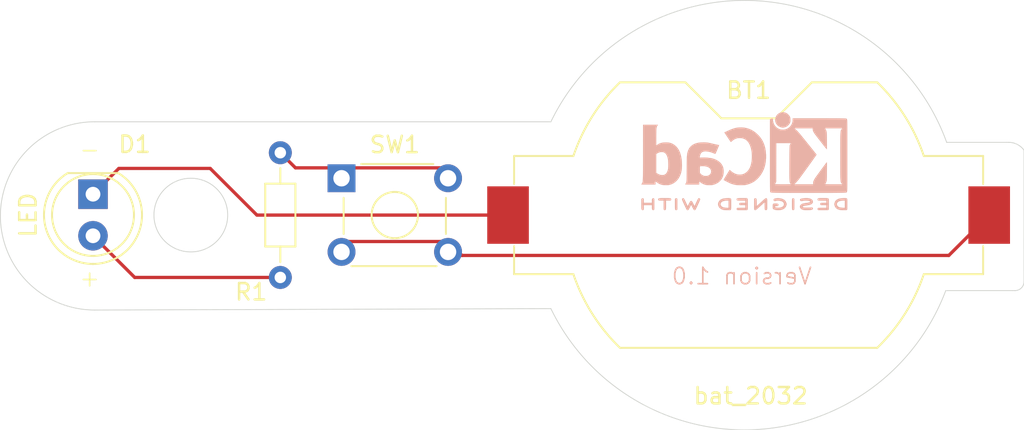
<source format=kicad_pcb>
(kicad_pcb (version 20241229) (generator "pcbnew") (generator_version "9.0")
  (title_block (title "LED Torch") (date "30-04-2025") (rev "1"))
  (layers (0 "F.Cu" signal) (2 "B.Cu" signal) (13 "F.Paste" user) (15 "B.Paste" user) (5 "F.SilkS" user "F.Silkscreen") (7 "B.SilkS" user "B.Silkscreen") (1 "F.Mask" user) (3 "B.Mask" user) (25 "Edge.Cuts" user))
  (net 0 "")
  (net 1 "Net-(BT1-+)")
  (net 2 "/cathode")
  (net 3 "/anode")
  (net 4 "Net-(SW1A-A)")
  (footprint "Battery:BatteryHolder_Keystone_1058_1x2032" (layer "F.Cu") (at 97.155 139.7 180)
    (property "Reference" "BT1" (at 0 7.62 0) (layer "F.SilkS"))
    (property "Value" "bat_2032" (at -0.127 -11.049 0) (layer "F.SilkS"))
    (pad "1" smd rect (at -14.68 0 180) (size 2.54 3.51) (layers "F.Cu" "F.Mask" "F.Paste") (net 1 "Net-(BT1-+)"))
    (pad "2" smd rect (at 14.68 0 180) (size 2.54 3.51) (layers "F.Cu" "F.Mask" "F.Paste") (net 2 "/cathode"))
  )
  (footprint "Resistor_THT:R_Axial_DIN0204_L3.6mm_D1.6mm_P7.62mm_Horizontal" (layer "F.Cu") (at 68.58 143.51 90)
    (property "Reference" "R1" (at -0.889 -1.778 180) (layer "F.SilkS"))
    (property "Value" "R")
    (pad "1" thru_hole circle (at 0 0 90) (size 1.4 1.4) (drill 0.7) (layers "*.Cu" "*.Mask") (net 3 "/anode"))
    (pad "2" thru_hole oval (at 7.62 0 90) (size 1.4 1.4) (drill 0.7) (layers "*.Cu" "*.Mask") (net 4 "Net-(SW1A-A)"))
  )
  (footprint "LED_THT:LED_D5.0mm" (layer "F.Cu") (at 57.15 138.425 -90)
    (property "Reference" "D1" (at -3.043 -2.54 180) (layer "F.SilkS"))
    (property "Value" "LED" (at 1.27 3.96 90) (layer "F.SilkS"))
    (pad "1" thru_hole rect (at 0 0 270) (size 1.8 1.8) (drill 0.9) (layers "*.Cu" "*.Mask") (net 2 "/cathode"))
    (pad "2" thru_hole circle (at 2.54 0 270) (size 1.8 1.8) (drill 0.9) (layers "*.Cu" "*.Mask") (net 3 "/anode"))
  )
  (footprint "Button_Switch_THT:SW_TH_Tactile_Omron_B3F-10xx" (layer "F.Cu") (at 72.315 137.45)
    (property "Reference" "SW1" (at 3.25 -2.05 0) (layer "F.SilkS"))
    (property "Value" "SW_DPST_x2")
    (pad "1" thru_hole rect (at 0 0) (size 1.7 1.7) (drill 1) (layers "*.Cu" "*.Mask") (net 4 "Net-(SW1A-A)"))
    (pad "1" thru_hole circle (at 6.5 0) (size 1.7 1.7) (drill 1) (layers "*.Cu" "*.Mask") (net 4 "Net-(SW1A-A)"))
    (pad "2" thru_hole circle (at 0 4.5) (size 1.7 1.7) (drill 1) (layers "*.Cu" "*.Mask") (net 1 "Net-(BT1-+)"))
    (pad "2" thru_hole circle (at 6.5 4.5) (size 1.7 1.7) (drill 1) (layers "*.Cu" "*.Mask") (net 1 "Net-(BT1-+)"))
  )
  (footprint "Symbol:KiCad-Logo2_5mm_SilkScreen" (layer "B.Cu") (at 96.901 136.398 180)
    (property "Reference" "REF**" (hide yes))
    (property "Value" "KiCad-Logo2_5mm_SilkScreen" (hide yes))
  )
  (gr_arc (start 85.09 134) (mid 97.583145 126.603268) (end 109.240254 135.257869) (stroke (width 0.05)) (layer "Edge.Cuts"))
  (gr_arc (start 57.25 145.5) (mid 51.5 139.75) (end 57.25 134) (stroke (width 0.05)) (layer "Edge.Cuts"))
  (gr_arc (start 113.959176 143.764) (mid 113.798619 144.151619) (end 113.411 144.312176) (stroke (width 0.05)) (layer "Edge.Cuts"))
  (gr_arc (start 109.18468 144.312176) (mid 97.500927 152.80729) (end 85.09 145.415) (stroke (width 0.05)) (layer "Edge.Cuts"))
  (gr_line (start 109.240253 135.257869) (end 113.03 135.257869) (stroke (width 0.05)) (layer "Edge.Cuts"))
  (gr_arc (start 113.03 135.257869) (mid 113.551703 135.384232) (end 113.957763 135.735312) (stroke (width 0.05)) (layer "Edge.Cuts"))
  (gr_line (start 113.957763 135.735313) (end 113.959176 143.764) (stroke (width 0.05)) (layer "Edge.Cuts"))
  (gr_line (start 57.25 134) (end 85.09 134) (stroke (width 0.05)) (layer "Edge.Cuts"))
  (gr_circle (center 63.119 139.7) (end 63.754 141.859) (stroke (width 0.05)) (fill no) (layer "Edge.Cuts"))
  (gr_line (start 57.25 145.5) (end 85.09 145.415) (stroke (width 0.05)) (layer "Edge.Cuts"))
  (gr_line (start 109.18468 144.312176) (end 113.411 144.312176) (stroke (width 0.05)) (layer "Edge.Cuts"))
  (gr_text "+" (at 56.261 144.145 0) (layer "F.SilkS") (effects (font (size 1 1) (thickness 0.1)) (justify left bottom)))
  (gr_text "-" (at 56.261 136.271 0) (layer "F.SilkS") (effects (font (size 1 1) (thickness 0.1)) (justify left bottom)))
  (gr_text "Version 1.0" (at 101.092 144.018 0) (layer "B.SilkS") (effects (font (size 1 1) (thickness 0.1)) (justify left bottom mirror)))
  (segment (start 78.815 141.315) (end 79.665 142.165) (width 0.2) (layer "F.Cu") (net 1))
  (segment (start 109.37 142.165) (end 111.835 139.7) (width 0.2) (layer "F.Cu") (net 1))
  (segment (start 79.665 142.165) (end 109.37 142.165) (width 0.2) (layer "F.Cu") (net 1))
  (segment (start 72.315 141.315) (end 78.815 141.315) (width 0.2) (layer "F.Cu") (net 1))
  (segment (start 64.300108 136.848555) (end 67.151553 139.7) (width 0.2) (layer "F.Cu") (net 2))
  (segment (start 57.15 138.425) (end 58.726445 136.848555) (width 0.2) (layer "F.Cu") (net 2))
  (segment (start 67.151553 139.7) (end 82.475 139.7) (width 0.2) (layer "F.Cu") (net 2))
  (segment (start 58.726445 136.848555) (end 64.300108 136.848555) (width 0.2) (layer "F.Cu") (net 2))
  (segment (start 57.15 140.965) (end 59.695 143.51) (width 0.2) (layer "F.Cu") (net 3))
  (segment (start 59.695 143.51) (end 68.58 143.51) (width 0.2) (layer "F.Cu") (net 3))
  (segment (start 68.58 135.89) (end 69.505 136.815) (width 0.2) (layer "F.Cu") (net 4))
  (segment (start 69.505 136.815) (end 72.315 136.815) (width 0.2) (layer "F.Cu") (net 4))
  (segment (start 72.315 136.815) (end 78.815 136.815) (width 0.2) (layer "F.Cu") (net 4))
)
</source>
